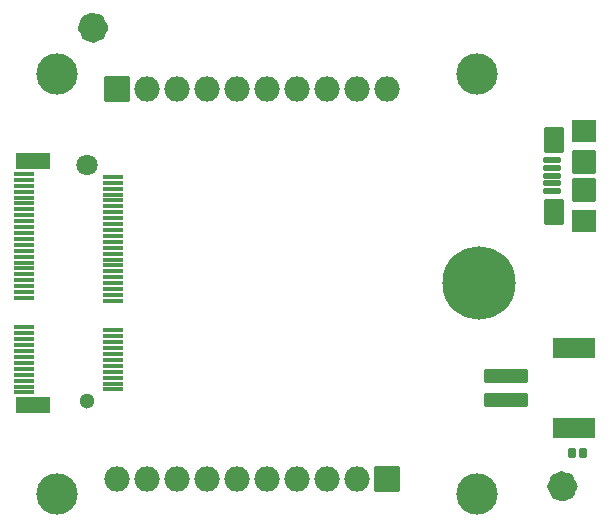
<source format=gbr>
%TF.GenerationSoftware,KiCad,Pcbnew,(7.0.0-0)*%
%TF.CreationDate,2023-03-31T14:52:11+11:00*%
%TF.ProjectId,Notecarrier-B,4e6f7465-6361-4727-9269-65722d422e6b,A*%
%TF.SameCoordinates,Original*%
%TF.FileFunction,Soldermask,Top*%
%TF.FilePolarity,Negative*%
%FSLAX46Y46*%
G04 Gerber Fmt 4.6, Leading zero omitted, Abs format (unit mm)*
G04 Created by KiCad (PCBNEW (7.0.0-0)) date 2023-03-31 14:52:11*
%MOMM*%
%LPD*%
G01*
G04 APERTURE LIST*
G04 Aperture macros list*
%AMRoundRect*
0 Rectangle with rounded corners*
0 $1 Rounding radius*
0 $2 $3 $4 $5 $6 $7 $8 $9 X,Y pos of 4 corners*
0 Add a 4 corners polygon primitive as box body*
4,1,4,$2,$3,$4,$5,$6,$7,$8,$9,$2,$3,0*
0 Add four circle primitives for the rounded corners*
1,1,$1+$1,$2,$3*
1,1,$1+$1,$4,$5*
1,1,$1+$1,$6,$7*
1,1,$1+$1,$8,$9*
0 Add four rect primitives between the rounded corners*
20,1,$1+$1,$2,$3,$4,$5,0*
20,1,$1+$1,$4,$5,$6,$7,0*
20,1,$1+$1,$6,$7,$8,$9,0*
20,1,$1+$1,$8,$9,$2,$3,0*%
G04 Aperture macros list end*
%ADD10C,1.305000*%
%ADD11C,1.300000*%
%ADD12C,1.800000*%
%ADD13RoundRect,0.050000X0.775000X-0.150000X0.775000X0.150000X-0.775000X0.150000X-0.775000X-0.150000X0*%
%ADD14RoundRect,0.100000X1.375000X-0.600000X1.375000X0.600000X-1.375000X0.600000X-1.375000X-0.600000X0*%
%ADD15RoundRect,0.100000X1.750000X-0.500000X1.750000X0.500000X-1.750000X0.500000X-1.750000X-0.500000X0*%
%ADD16RoundRect,0.100000X1.700000X-0.750000X1.700000X0.750000X-1.700000X0.750000X-1.700000X-0.750000X0*%
%ADD17C,1.200000*%
%ADD18C,3.500000*%
%ADD19RoundRect,0.100000X-0.250000X-0.300000X0.250000X-0.300000X0.250000X0.300000X-0.250000X0.300000X0*%
%ADD20C,6.200000*%
%ADD21RoundRect,0.050000X0.675000X-0.200000X0.675000X0.200000X-0.675000X0.200000X-0.675000X-0.200000X0*%
%ADD22RoundRect,0.050000X0.950000X-0.900000X0.950000X0.900000X-0.950000X0.900000X-0.950000X-0.900000X0*%
%ADD23RoundRect,0.050000X0.800000X-1.050000X0.800000X1.050000X-0.800000X1.050000X-0.800000X-1.050000X0*%
%ADD24RoundRect,0.050000X0.950000X-0.950000X0.950000X0.950000X-0.950000X0.950000X-0.950000X-0.950000X0*%
%ADD25RoundRect,0.100000X-0.970000X0.970000X-0.970000X-0.970000X0.970000X-0.970000X0.970000X0.970000X0*%
%ADD26O,2.140000X2.140000*%
%ADD27RoundRect,0.100000X0.970000X-0.970000X0.970000X0.970000X-0.970000X0.970000X-0.970000X-0.970000X0*%
G04 APERTURE END LIST*
%TO.C,FID1*%
D10*
X143393800Y-94341000D02*
G75*
G03*
X143393800Y-94341000I-652500J0D01*
G01*
%TO.C,FID2*%
X103652500Y-55500000D02*
G75*
G03*
X103652500Y-55500000I-652500J0D01*
G01*
%TD*%
D11*
%TO.C,J20*%
X102460000Y-87140000D03*
D12*
X102460000Y-67140000D03*
D13*
X97185000Y-86390000D03*
X104735000Y-86140000D03*
X97185000Y-85890000D03*
X104735000Y-85640000D03*
X97185000Y-85390000D03*
X104735000Y-85140000D03*
X97185000Y-84890000D03*
X104735000Y-84640000D03*
X97185000Y-84390000D03*
X104735000Y-84140000D03*
X97185000Y-83890000D03*
X104735000Y-83640000D03*
X97185000Y-83390000D03*
X104735000Y-83140000D03*
X97185000Y-82890000D03*
X104735000Y-82640000D03*
X97185000Y-82390000D03*
X104735000Y-82140000D03*
X97185000Y-81890000D03*
X104735000Y-81640000D03*
X97185000Y-81390000D03*
X104735000Y-81140000D03*
X97185000Y-80890000D03*
X104735000Y-78640000D03*
X97185000Y-78390000D03*
X104735000Y-78140000D03*
X97185000Y-77890000D03*
X104735000Y-77640000D03*
X97185000Y-77390000D03*
X104735000Y-77140000D03*
X97185000Y-76890000D03*
X104735000Y-76640000D03*
X97185000Y-76390000D03*
X104735000Y-76140000D03*
X97185000Y-75890000D03*
X104735000Y-75640000D03*
X97185000Y-75390000D03*
X104735000Y-75140000D03*
X97185000Y-74890000D03*
X104735000Y-74640000D03*
X97185000Y-74390000D03*
X104735000Y-74140000D03*
X97185000Y-73890000D03*
X104735000Y-73640000D03*
X97185000Y-73390000D03*
X104735000Y-73140000D03*
X97185000Y-72890000D03*
X104735000Y-72640000D03*
X97185000Y-72390000D03*
X104735000Y-72140000D03*
X97185000Y-71890000D03*
X104735000Y-71640000D03*
X97185000Y-71390000D03*
X104735000Y-71140000D03*
X97185000Y-70890000D03*
X104735000Y-70640000D03*
X97185000Y-70390000D03*
X104735000Y-70140000D03*
X97185000Y-69890000D03*
X104735000Y-69640000D03*
X97185000Y-69390000D03*
X104735000Y-69140000D03*
X97185000Y-68890000D03*
X104735000Y-68640000D03*
X97185000Y-68390000D03*
X104735000Y-68140000D03*
X97185000Y-67890000D03*
D14*
X97960000Y-87490000D03*
X97960000Y-66790000D03*
%TD*%
D15*
%TO.C,J23*%
X138005800Y-87013400D03*
X138005800Y-85013400D03*
D16*
X143755800Y-89363400D03*
X143755800Y-82663400D03*
%TD*%
D17*
%TO.C,FID1*%
X142741300Y-94341000D03*
%TD*%
%TO.C,FID2*%
X103000000Y-55500000D03*
%TD*%
D18*
%TO.C,H4*%
X135480000Y-94970000D03*
%TD*%
D19*
%TO.C,LD1*%
X143550000Y-91500000D03*
X144450000Y-91500000D03*
%TD*%
D18*
%TO.C,H2*%
X99920000Y-59410000D03*
%TD*%
D20*
%TO.C,OBJ1*%
X135710000Y-77140000D03*
%TD*%
D21*
%TO.C,J19*%
X141885000Y-69340000D03*
X141885000Y-68690000D03*
X141885000Y-68040000D03*
X141885000Y-67390000D03*
X141885000Y-66740000D03*
D22*
X144560000Y-71840000D03*
D23*
X142010000Y-71090000D03*
D24*
X144560000Y-69240000D03*
X144560000Y-66840000D03*
D23*
X142010000Y-64990000D03*
D22*
X144560000Y-64240000D03*
%TD*%
D18*
%TO.C,H3*%
X99920000Y-94970000D03*
%TD*%
%TO.C,H1*%
X135480000Y-59410000D03*
%TD*%
D25*
%TO.C,J22*%
X105025000Y-60680000D03*
D26*
X107564999Y-60679999D03*
X110104999Y-60679999D03*
X112644999Y-60679999D03*
X115184999Y-60679999D03*
X117724999Y-60679999D03*
X120264999Y-60679999D03*
X122804999Y-60679999D03*
X125344999Y-60679999D03*
X127884999Y-60679999D03*
%TD*%
D27*
%TO.C,J21*%
X127860000Y-93700000D03*
D26*
X125319999Y-93699999D03*
X122779999Y-93699999D03*
X120239999Y-93699999D03*
X117699999Y-93699999D03*
X115159999Y-93699999D03*
X112619999Y-93699999D03*
X110079999Y-93699999D03*
X107539999Y-93699999D03*
X104999999Y-93699999D03*
%TD*%
M02*

</source>
